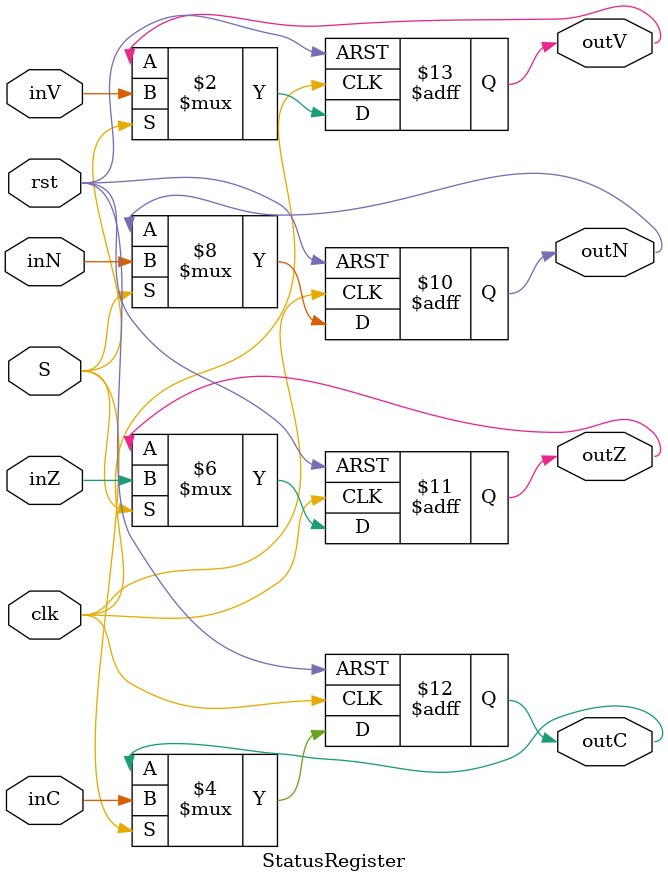
<source format=v>
module StatusRegister (
    clk,
    rst,
    S,
    inN,
    inZ,
    inC,
    inV,

    outN,
    outZ,
    outC,
    outV
);
    input clk, rst, S, inN, inZ, inC, inV;
    output reg outN, outZ, outC, outV;

    always @(negedge clk, posedge rst) begin
        if (rst) begin
            outN <= 1'b0; 
            outZ <= 1'b0; 
            outC <= 1'b0; 
            outV <= 1'b0;
        end
        else if (S) begin
            outN <= inN; 
            outZ <= inZ; 
            outC <= inC; 
            outV <= inV;
        end
    end
endmodule
</source>
